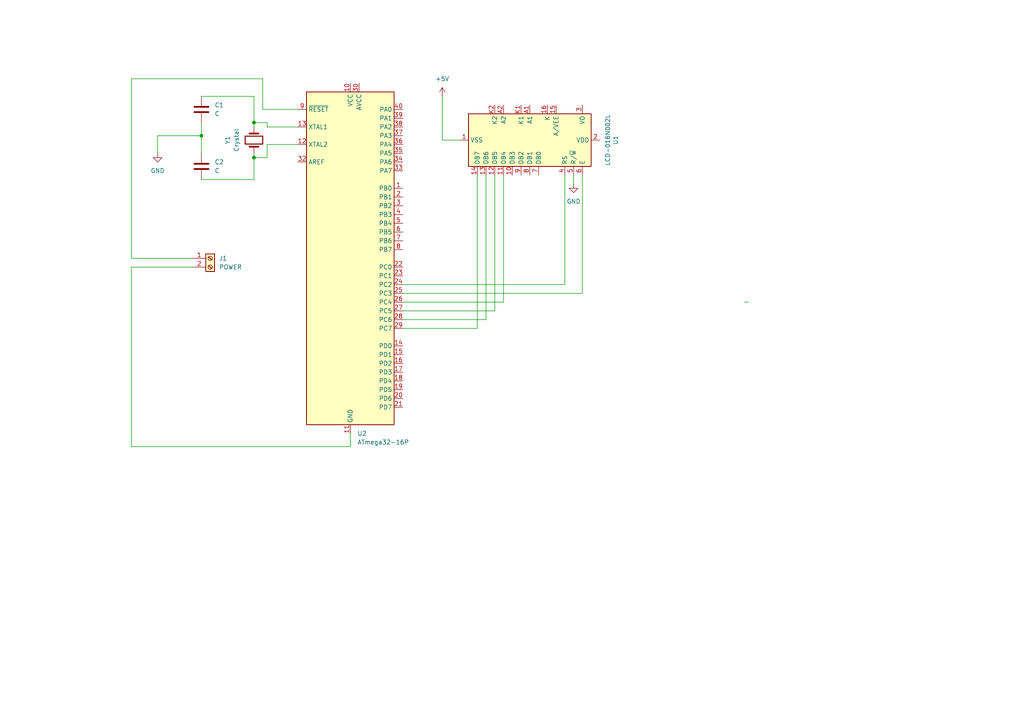
<source format=kicad_sch>
(kicad_sch (version 20211123) (generator eeschema)

  (uuid a48bf161-9e44-479a-aae2-c17fcd34b94f)

  (paper "A4")

  (lib_symbols
    (symbol "Connector:Screw_Terminal_01x02" (pin_names (offset 1.016) hide) (in_bom yes) (on_board yes)
      (property "Reference" "J" (id 0) (at 0 2.54 0)
        (effects (font (size 1.27 1.27)))
      )
      (property "Value" "Screw_Terminal_01x02" (id 1) (at 0 -5.08 0)
        (effects (font (size 1.27 1.27)))
      )
      (property "Footprint" "" (id 2) (at 0 0 0)
        (effects (font (size 1.27 1.27)) hide)
      )
      (property "Datasheet" "~" (id 3) (at 0 0 0)
        (effects (font (size 1.27 1.27)) hide)
      )
      (property "ki_keywords" "screw terminal" (id 4) (at 0 0 0)
        (effects (font (size 1.27 1.27)) hide)
      )
      (property "ki_description" "Generic screw terminal, single row, 01x02, script generated (kicad-library-utils/schlib/autogen/connector/)" (id 5) (at 0 0 0)
        (effects (font (size 1.27 1.27)) hide)
      )
      (property "ki_fp_filters" "TerminalBlock*:*" (id 6) (at 0 0 0)
        (effects (font (size 1.27 1.27)) hide)
      )
      (symbol "Screw_Terminal_01x02_1_1"
        (rectangle (start -1.27 1.27) (end 1.27 -3.81)
          (stroke (width 0.254) (type default) (color 0 0 0 0))
          (fill (type background))
        )
        (circle (center 0 -2.54) (radius 0.635)
          (stroke (width 0.1524) (type default) (color 0 0 0 0))
          (fill (type none))
        )
        (polyline
          (pts
            (xy -0.5334 -2.2098)
            (xy 0.3302 -3.048)
          )
          (stroke (width 0.1524) (type default) (color 0 0 0 0))
          (fill (type none))
        )
        (polyline
          (pts
            (xy -0.5334 0.3302)
            (xy 0.3302 -0.508)
          )
          (stroke (width 0.1524) (type default) (color 0 0 0 0))
          (fill (type none))
        )
        (polyline
          (pts
            (xy -0.3556 -2.032)
            (xy 0.508 -2.8702)
          )
          (stroke (width 0.1524) (type default) (color 0 0 0 0))
          (fill (type none))
        )
        (polyline
          (pts
            (xy -0.3556 0.508)
            (xy 0.508 -0.3302)
          )
          (stroke (width 0.1524) (type default) (color 0 0 0 0))
          (fill (type none))
        )
        (circle (center 0 0) (radius 0.635)
          (stroke (width 0.1524) (type default) (color 0 0 0 0))
          (fill (type none))
        )
        (pin passive line (at -5.08 0 0) (length 3.81)
          (name "Pin_1" (effects (font (size 1.27 1.27))))
          (number "1" (effects (font (size 1.27 1.27))))
        )
        (pin passive line (at -5.08 -2.54 0) (length 3.81)
          (name "Pin_2" (effects (font (size 1.27 1.27))))
          (number "2" (effects (font (size 1.27 1.27))))
        )
      )
    )
    (symbol "Device:C" (pin_numbers hide) (pin_names (offset 0.254)) (in_bom yes) (on_board yes)
      (property "Reference" "C" (id 0) (at 0.635 2.54 0)
        (effects (font (size 1.27 1.27)) (justify left))
      )
      (property "Value" "C" (id 1) (at 0.635 -2.54 0)
        (effects (font (size 1.27 1.27)) (justify left))
      )
      (property "Footprint" "" (id 2) (at 0.9652 -3.81 0)
        (effects (font (size 1.27 1.27)) hide)
      )
      (property "Datasheet" "~" (id 3) (at 0 0 0)
        (effects (font (size 1.27 1.27)) hide)
      )
      (property "ki_keywords" "cap capacitor" (id 4) (at 0 0 0)
        (effects (font (size 1.27 1.27)) hide)
      )
      (property "ki_description" "Unpolarized capacitor" (id 5) (at 0 0 0)
        (effects (font (size 1.27 1.27)) hide)
      )
      (property "ki_fp_filters" "C_*" (id 6) (at 0 0 0)
        (effects (font (size 1.27 1.27)) hide)
      )
      (symbol "C_0_1"
        (polyline
          (pts
            (xy -2.032 -0.762)
            (xy 2.032 -0.762)
          )
          (stroke (width 0.508) (type default) (color 0 0 0 0))
          (fill (type none))
        )
        (polyline
          (pts
            (xy -2.032 0.762)
            (xy 2.032 0.762)
          )
          (stroke (width 0.508) (type default) (color 0 0 0 0))
          (fill (type none))
        )
      )
      (symbol "C_1_1"
        (pin passive line (at 0 3.81 270) (length 2.794)
          (name "~" (effects (font (size 1.27 1.27))))
          (number "1" (effects (font (size 1.27 1.27))))
        )
        (pin passive line (at 0 -3.81 90) (length 2.794)
          (name "~" (effects (font (size 1.27 1.27))))
          (number "2" (effects (font (size 1.27 1.27))))
        )
      )
    )
    (symbol "Device:Crystal" (pin_numbers hide) (pin_names (offset 1.016) hide) (in_bom yes) (on_board yes)
      (property "Reference" "Y" (id 0) (at 0 3.81 0)
        (effects (font (size 1.27 1.27)))
      )
      (property "Value" "Crystal" (id 1) (at 0 -3.81 0)
        (effects (font (size 1.27 1.27)))
      )
      (property "Footprint" "" (id 2) (at 0 0 0)
        (effects (font (size 1.27 1.27)) hide)
      )
      (property "Datasheet" "~" (id 3) (at 0 0 0)
        (effects (font (size 1.27 1.27)) hide)
      )
      (property "ki_keywords" "quartz ceramic resonator oscillator" (id 4) (at 0 0 0)
        (effects (font (size 1.27 1.27)) hide)
      )
      (property "ki_description" "Two pin crystal" (id 5) (at 0 0 0)
        (effects (font (size 1.27 1.27)) hide)
      )
      (property "ki_fp_filters" "Crystal*" (id 6) (at 0 0 0)
        (effects (font (size 1.27 1.27)) hide)
      )
      (symbol "Crystal_0_1"
        (rectangle (start -1.143 2.54) (end 1.143 -2.54)
          (stroke (width 0.3048) (type default) (color 0 0 0 0))
          (fill (type none))
        )
        (polyline
          (pts
            (xy -2.54 0)
            (xy -1.905 0)
          )
          (stroke (width 0) (type default) (color 0 0 0 0))
          (fill (type none))
        )
        (polyline
          (pts
            (xy -1.905 -1.27)
            (xy -1.905 1.27)
          )
          (stroke (width 0.508) (type default) (color 0 0 0 0))
          (fill (type none))
        )
        (polyline
          (pts
            (xy 1.905 -1.27)
            (xy 1.905 1.27)
          )
          (stroke (width 0.508) (type default) (color 0 0 0 0))
          (fill (type none))
        )
        (polyline
          (pts
            (xy 2.54 0)
            (xy 1.905 0)
          )
          (stroke (width 0) (type default) (color 0 0 0 0))
          (fill (type none))
        )
      )
      (symbol "Crystal_1_1"
        (pin passive line (at -3.81 0 0) (length 1.27)
          (name "1" (effects (font (size 1.27 1.27))))
          (number "1" (effects (font (size 1.27 1.27))))
        )
        (pin passive line (at 3.81 0 180) (length 1.27)
          (name "2" (effects (font (size 1.27 1.27))))
          (number "2" (effects (font (size 1.27 1.27))))
        )
      )
    )
    (symbol "Display_Character:LCD-016N002L" (in_bom yes) (on_board yes)
      (property "Reference" "U" (id 0) (at -6.35 18.796 0)
        (effects (font (size 1.27 1.27)))
      )
      (property "Value" "LCD-016N002L" (id 1) (at 8.636 18.796 0)
        (effects (font (size 1.27 1.27)))
      )
      (property "Footprint" "Display:LCD-016N002L" (id 2) (at 0.508 -23.368 0)
        (effects (font (size 1.27 1.27)) hide)
      )
      (property "Datasheet" "http://www.vishay.com/docs/37299/37299.pdf" (id 3) (at 12.7 -7.62 0)
        (effects (font (size 1.27 1.27)) hide)
      )
      (property "ki_keywords" "display LCD dot-matrix" (id 4) (at 0 0 0)
        (effects (font (size 1.27 1.27)) hide)
      )
      (property "ki_description" "LCD 12x2, 8 bit parallel bus, 3V or 5V VDD" (id 5) (at 0 0 0)
        (effects (font (size 1.27 1.27)) hide)
      )
      (property "ki_fp_filters" "*LCD*016N002L*" (id 6) (at 0 0 0)
        (effects (font (size 1.27 1.27)) hide)
      )
      (symbol "LCD-016N002L_1_1"
        (rectangle (start -7.62 17.78) (end 7.62 -17.78)
          (stroke (width 0.254) (type default) (color 0 0 0 0))
          (fill (type background))
        )
        (pin power_in line (at 0 -20.32 90) (length 2.54)
          (name "VSS" (effects (font (size 1.27 1.27))))
          (number "1" (effects (font (size 1.27 1.27))))
        )
        (pin bidirectional line (at -10.16 -5.08 0) (length 2.54)
          (name "DB3" (effects (font (size 1.27 1.27))))
          (number "10" (effects (font (size 1.27 1.27))))
        )
        (pin bidirectional line (at -10.16 -7.62 0) (length 2.54)
          (name "DB4" (effects (font (size 1.27 1.27))))
          (number "11" (effects (font (size 1.27 1.27))))
        )
        (pin bidirectional line (at -10.16 -10.16 0) (length 2.54)
          (name "DB5" (effects (font (size 1.27 1.27))))
          (number "12" (effects (font (size 1.27 1.27))))
        )
        (pin bidirectional line (at -10.16 -12.7 0) (length 2.54)
          (name "DB6" (effects (font (size 1.27 1.27))))
          (number "13" (effects (font (size 1.27 1.27))))
        )
        (pin bidirectional line (at -10.16 -15.24 0) (length 2.54)
          (name "DB7" (effects (font (size 1.27 1.27))))
          (number "14" (effects (font (size 1.27 1.27))))
        )
        (pin power_in line (at 10.16 7.62 180) (length 2.54)
          (name "A/VEE" (effects (font (size 1.27 1.27))))
          (number "15" (effects (font (size 1.27 1.27))))
        )
        (pin power_in line (at 10.16 5.08 180) (length 2.54)
          (name "K" (effects (font (size 1.27 1.27))))
          (number "16" (effects (font (size 1.27 1.27))))
        )
        (pin power_in line (at 0 20.32 270) (length 2.54)
          (name "VDD" (effects (font (size 1.27 1.27))))
          (number "2" (effects (font (size 1.27 1.27))))
        )
        (pin input line (at 10.16 15.24 180) (length 2.54)
          (name "VO" (effects (font (size 1.27 1.27))))
          (number "3" (effects (font (size 1.27 1.27))))
        )
        (pin input line (at -10.16 10.16 0) (length 2.54)
          (name "RS" (effects (font (size 1.27 1.27))))
          (number "4" (effects (font (size 1.27 1.27))))
        )
        (pin input line (at -10.16 12.7 0) (length 2.54)
          (name "R/~{W}" (effects (font (size 1.27 1.27))))
          (number "5" (effects (font (size 1.27 1.27))))
        )
        (pin input line (at -10.16 15.24 0) (length 2.54)
          (name "E" (effects (font (size 1.27 1.27))))
          (number "6" (effects (font (size 1.27 1.27))))
        )
        (pin bidirectional line (at -10.16 2.54 0) (length 2.54)
          (name "DB0" (effects (font (size 1.27 1.27))))
          (number "7" (effects (font (size 1.27 1.27))))
        )
        (pin bidirectional line (at -10.16 0 0) (length 2.54)
          (name "DB1" (effects (font (size 1.27 1.27))))
          (number "8" (effects (font (size 1.27 1.27))))
        )
        (pin bidirectional line (at -10.16 -2.54 0) (length 2.54)
          (name "DB2" (effects (font (size 1.27 1.27))))
          (number "9" (effects (font (size 1.27 1.27))))
        )
        (pin power_in line (at 10.16 0 180) (length 2.54)
          (name "A1" (effects (font (size 1.27 1.27))))
          (number "A1" (effects (font (size 1.27 1.27))))
        )
        (pin power_in line (at 10.16 -7.62 180) (length 2.54)
          (name "A2" (effects (font (size 1.27 1.27))))
          (number "A2" (effects (font (size 1.27 1.27))))
        )
        (pin power_in line (at 10.16 -2.54 180) (length 2.54)
          (name "K1" (effects (font (size 1.27 1.27))))
          (number "K1" (effects (font (size 1.27 1.27))))
        )
        (pin power_in line (at 10.16 -10.16 180) (length 2.54)
          (name "K2" (effects (font (size 1.27 1.27))))
          (number "K2" (effects (font (size 1.27 1.27))))
        )
      )
    )
    (symbol "MCU_Microchip_ATmega:ATmega32-16P" (in_bom yes) (on_board yes)
      (property "Reference" "U" (id 0) (at -12.7 49.53 0)
        (effects (font (size 1.27 1.27)) (justify left bottom))
      )
      (property "Value" "ATmega32-16P" (id 1) (at 2.54 -49.53 0)
        (effects (font (size 1.27 1.27)) (justify left top))
      )
      (property "Footprint" "Package_DIP:DIP-40_W15.24mm" (id 2) (at 0 0 0)
        (effects (font (size 1.27 1.27) italic) hide)
      )
      (property "Datasheet" "http://ww1.microchip.com/downloads/en/DeviceDoc/doc2503.pdf" (id 3) (at 0 0 0)
        (effects (font (size 1.27 1.27)) hide)
      )
      (property "ki_keywords" "AVR 8bit Microcontroller MegaAVR" (id 4) (at 0 0 0)
        (effects (font (size 1.27 1.27)) hide)
      )
      (property "ki_description" "16MHz, 32kB Flash, 2kB SRAM, 1kB EEPROM, JTAG, DIP-40" (id 5) (at 0 0 0)
        (effects (font (size 1.27 1.27)) hide)
      )
      (property "ki_fp_filters" "DIP*W15.24mm*" (id 6) (at 0 0 0)
        (effects (font (size 1.27 1.27)) hide)
      )
      (symbol "ATmega32-16P_0_1"
        (rectangle (start -12.7 -48.26) (end 12.7 48.26)
          (stroke (width 0.254) (type default) (color 0 0 0 0))
          (fill (type background))
        )
      )
      (symbol "ATmega32-16P_1_1"
        (pin bidirectional line (at 15.24 20.32 180) (length 2.54)
          (name "PB0" (effects (font (size 1.27 1.27))))
          (number "1" (effects (font (size 1.27 1.27))))
        )
        (pin power_in line (at 0 50.8 270) (length 2.54)
          (name "VCC" (effects (font (size 1.27 1.27))))
          (number "10" (effects (font (size 1.27 1.27))))
        )
        (pin power_in line (at 0 -50.8 90) (length 2.54)
          (name "GND" (effects (font (size 1.27 1.27))))
          (number "11" (effects (font (size 1.27 1.27))))
        )
        (pin output line (at -15.24 33.02 0) (length 2.54)
          (name "XTAL2" (effects (font (size 1.27 1.27))))
          (number "12" (effects (font (size 1.27 1.27))))
        )
        (pin input line (at -15.24 38.1 0) (length 2.54)
          (name "XTAL1" (effects (font (size 1.27 1.27))))
          (number "13" (effects (font (size 1.27 1.27))))
        )
        (pin bidirectional line (at 15.24 -25.4 180) (length 2.54)
          (name "PD0" (effects (font (size 1.27 1.27))))
          (number "14" (effects (font (size 1.27 1.27))))
        )
        (pin bidirectional line (at 15.24 -27.94 180) (length 2.54)
          (name "PD1" (effects (font (size 1.27 1.27))))
          (number "15" (effects (font (size 1.27 1.27))))
        )
        (pin bidirectional line (at 15.24 -30.48 180) (length 2.54)
          (name "PD2" (effects (font (size 1.27 1.27))))
          (number "16" (effects (font (size 1.27 1.27))))
        )
        (pin bidirectional line (at 15.24 -33.02 180) (length 2.54)
          (name "PD3" (effects (font (size 1.27 1.27))))
          (number "17" (effects (font (size 1.27 1.27))))
        )
        (pin bidirectional line (at 15.24 -35.56 180) (length 2.54)
          (name "PD4" (effects (font (size 1.27 1.27))))
          (number "18" (effects (font (size 1.27 1.27))))
        )
        (pin bidirectional line (at 15.24 -38.1 180) (length 2.54)
          (name "PD5" (effects (font (size 1.27 1.27))))
          (number "19" (effects (font (size 1.27 1.27))))
        )
        (pin bidirectional line (at 15.24 17.78 180) (length 2.54)
          (name "PB1" (effects (font (size 1.27 1.27))))
          (number "2" (effects (font (size 1.27 1.27))))
        )
        (pin bidirectional line (at 15.24 -40.64 180) (length 2.54)
          (name "PD6" (effects (font (size 1.27 1.27))))
          (number "20" (effects (font (size 1.27 1.27))))
        )
        (pin bidirectional line (at 15.24 -43.18 180) (length 2.54)
          (name "PD7" (effects (font (size 1.27 1.27))))
          (number "21" (effects (font (size 1.27 1.27))))
        )
        (pin bidirectional line (at 15.24 -2.54 180) (length 2.54)
          (name "PC0" (effects (font (size 1.27 1.27))))
          (number "22" (effects (font (size 1.27 1.27))))
        )
        (pin bidirectional line (at 15.24 -5.08 180) (length 2.54)
          (name "PC1" (effects (font (size 1.27 1.27))))
          (number "23" (effects (font (size 1.27 1.27))))
        )
        (pin bidirectional line (at 15.24 -7.62 180) (length 2.54)
          (name "PC2" (effects (font (size 1.27 1.27))))
          (number "24" (effects (font (size 1.27 1.27))))
        )
        (pin bidirectional line (at 15.24 -10.16 180) (length 2.54)
          (name "PC3" (effects (font (size 1.27 1.27))))
          (number "25" (effects (font (size 1.27 1.27))))
        )
        (pin bidirectional line (at 15.24 -12.7 180) (length 2.54)
          (name "PC4" (effects (font (size 1.27 1.27))))
          (number "26" (effects (font (size 1.27 1.27))))
        )
        (pin bidirectional line (at 15.24 -15.24 180) (length 2.54)
          (name "PC5" (effects (font (size 1.27 1.27))))
          (number "27" (effects (font (size 1.27 1.27))))
        )
        (pin bidirectional line (at 15.24 -17.78 180) (length 2.54)
          (name "PC6" (effects (font (size 1.27 1.27))))
          (number "28" (effects (font (size 1.27 1.27))))
        )
        (pin bidirectional line (at 15.24 -20.32 180) (length 2.54)
          (name "PC7" (effects (font (size 1.27 1.27))))
          (number "29" (effects (font (size 1.27 1.27))))
        )
        (pin bidirectional line (at 15.24 15.24 180) (length 2.54)
          (name "PB2" (effects (font (size 1.27 1.27))))
          (number "3" (effects (font (size 1.27 1.27))))
        )
        (pin power_in line (at 2.54 50.8 270) (length 2.54)
          (name "AVCC" (effects (font (size 1.27 1.27))))
          (number "30" (effects (font (size 1.27 1.27))))
        )
        (pin passive line (at 0 -50.8 90) (length 2.54) hide
          (name "GND" (effects (font (size 1.27 1.27))))
          (number "31" (effects (font (size 1.27 1.27))))
        )
        (pin passive line (at -15.24 27.94 0) (length 2.54)
          (name "AREF" (effects (font (size 1.27 1.27))))
          (number "32" (effects (font (size 1.27 1.27))))
        )
        (pin bidirectional line (at 15.24 25.4 180) (length 2.54)
          (name "PA7" (effects (font (size 1.27 1.27))))
          (number "33" (effects (font (size 1.27 1.27))))
        )
        (pin bidirectional line (at 15.24 27.94 180) (length 2.54)
          (name "PA6" (effects (font (size 1.27 1.27))))
          (number "34" (effects (font (size 1.27 1.27))))
        )
        (pin bidirectional line (at 15.24 30.48 180) (length 2.54)
          (name "PA5" (effects (font (size 1.27 1.27))))
          (number "35" (effects (font (size 1.27 1.27))))
        )
        (pin bidirectional line (at 15.24 33.02 180) (length 2.54)
          (name "PA4" (effects (font (size 1.27 1.27))))
          (number "36" (effects (font (size 1.27 1.27))))
        )
        (pin bidirectional line (at 15.24 35.56 180) (length 2.54)
          (name "PA3" (effects (font (size 1.27 1.27))))
          (number "37" (effects (font (size 1.27 1.27))))
        )
        (pin bidirectional line (at 15.24 38.1 180) (length 2.54)
          (name "PA2" (effects (font (size 1.27 1.27))))
          (number "38" (effects (font (size 1.27 1.27))))
        )
        (pin bidirectional line (at 15.24 40.64 180) (length 2.54)
          (name "PA1" (effects (font (size 1.27 1.27))))
          (number "39" (effects (font (size 1.27 1.27))))
        )
        (pin bidirectional line (at 15.24 12.7 180) (length 2.54)
          (name "PB3" (effects (font (size 1.27 1.27))))
          (number "4" (effects (font (size 1.27 1.27))))
        )
        (pin bidirectional line (at 15.24 43.18 180) (length 2.54)
          (name "PA0" (effects (font (size 1.27 1.27))))
          (number "40" (effects (font (size 1.27 1.27))))
        )
        (pin bidirectional line (at 15.24 10.16 180) (length 2.54)
          (name "PB4" (effects (font (size 1.27 1.27))))
          (number "5" (effects (font (size 1.27 1.27))))
        )
        (pin bidirectional line (at 15.24 7.62 180) (length 2.54)
          (name "PB5" (effects (font (size 1.27 1.27))))
          (number "6" (effects (font (size 1.27 1.27))))
        )
        (pin bidirectional line (at 15.24 5.08 180) (length 2.54)
          (name "PB6" (effects (font (size 1.27 1.27))))
          (number "7" (effects (font (size 1.27 1.27))))
        )
        (pin bidirectional line (at 15.24 2.54 180) (length 2.54)
          (name "PB7" (effects (font (size 1.27 1.27))))
          (number "8" (effects (font (size 1.27 1.27))))
        )
        (pin input line (at -15.24 43.18 0) (length 2.54)
          (name "~{RESET}" (effects (font (size 1.27 1.27))))
          (number "9" (effects (font (size 1.27 1.27))))
        )
      )
    )
    (symbol "power:+5V" (power) (pin_names (offset 0)) (in_bom yes) (on_board yes)
      (property "Reference" "#PWR" (id 0) (at 0 -3.81 0)
        (effects (font (size 1.27 1.27)) hide)
      )
      (property "Value" "+5V" (id 1) (at 0 3.556 0)
        (effects (font (size 1.27 1.27)))
      )
      (property "Footprint" "" (id 2) (at 0 0 0)
        (effects (font (size 1.27 1.27)) hide)
      )
      (property "Datasheet" "" (id 3) (at 0 0 0)
        (effects (font (size 1.27 1.27)) hide)
      )
      (property "ki_keywords" "power-flag" (id 4) (at 0 0 0)
        (effects (font (size 1.27 1.27)) hide)
      )
      (property "ki_description" "Power symbol creates a global label with name \"+5V\"" (id 5) (at 0 0 0)
        (effects (font (size 1.27 1.27)) hide)
      )
      (symbol "+5V_0_1"
        (polyline
          (pts
            (xy -0.762 1.27)
            (xy 0 2.54)
          )
          (stroke (width 0) (type default) (color 0 0 0 0))
          (fill (type none))
        )
        (polyline
          (pts
            (xy 0 0)
            (xy 0 2.54)
          )
          (stroke (width 0) (type default) (color 0 0 0 0))
          (fill (type none))
        )
        (polyline
          (pts
            (xy 0 2.54)
            (xy 0.762 1.27)
          )
          (stroke (width 0) (type default) (color 0 0 0 0))
          (fill (type none))
        )
      )
      (symbol "+5V_1_1"
        (pin power_in line (at 0 0 90) (length 0) hide
          (name "+5V" (effects (font (size 1.27 1.27))))
          (number "1" (effects (font (size 1.27 1.27))))
        )
      )
    )
    (symbol "power:GND" (power) (pin_names (offset 0)) (in_bom yes) (on_board yes)
      (property "Reference" "#PWR" (id 0) (at 0 -6.35 0)
        (effects (font (size 1.27 1.27)) hide)
      )
      (property "Value" "GND" (id 1) (at 0 -3.81 0)
        (effects (font (size 1.27 1.27)))
      )
      (property "Footprint" "" (id 2) (at 0 0 0)
        (effects (font (size 1.27 1.27)) hide)
      )
      (property "Datasheet" "" (id 3) (at 0 0 0)
        (effects (font (size 1.27 1.27)) hide)
      )
      (property "ki_keywords" "power-flag" (id 4) (at 0 0 0)
        (effects (font (size 1.27 1.27)) hide)
      )
      (property "ki_description" "Power symbol creates a global label with name \"GND\" , ground" (id 5) (at 0 0 0)
        (effects (font (size 1.27 1.27)) hide)
      )
      (symbol "GND_0_1"
        (polyline
          (pts
            (xy 0 0)
            (xy 0 -1.27)
            (xy 1.27 -1.27)
            (xy 0 -2.54)
            (xy -1.27 -1.27)
            (xy 0 -1.27)
          )
          (stroke (width 0) (type default) (color 0 0 0 0))
          (fill (type none))
        )
      )
      (symbol "GND_1_1"
        (pin power_in line (at 0 0 270) (length 0) hide
          (name "GND" (effects (font (size 1.27 1.27))))
          (number "1" (effects (font (size 1.27 1.27))))
        )
      )
    )
  )

  (junction (at 58.42 39.37) (diameter 0) (color 0 0 0 0)
    (uuid 22047313-b492-49f3-8e8e-6ec666b49e91)
  )
  (junction (at 73.66 35.56) (diameter 0) (color 0 0 0 0)
    (uuid af2a2e6b-d22c-4dea-b478-798684733467)
  )
  (junction (at 73.66 45.72) (diameter 0) (color 0 0 0 0)
    (uuid f2dc846d-a9f1-4688-a55e-8a9721cf0716)
  )

  (wire (pts (xy 73.66 27.94) (xy 73.66 35.56))
    (stroke (width 0) (type default) (color 0 0 0 0))
    (uuid 0403c3c0-111f-4c27-b3be-89da445af949)
  )
  (wire (pts (xy 77.47 36.83) (xy 77.47 35.56))
    (stroke (width 0) (type default) (color 0 0 0 0))
    (uuid 1219819c-c780-44fe-8d0c-47935903b6e5)
  )
  (wire (pts (xy 76.2 22.86) (xy 38.1 22.86))
    (stroke (width 0) (type default) (color 0 0 0 0))
    (uuid 12c1aaf7-7e0c-452b-917a-6f1f166151f2)
  )
  (wire (pts (xy 217.17 87.63) (xy 215.9 87.63))
    (stroke (width 0) (type default) (color 0 0 0 0))
    (uuid 1820f7ab-d9b1-4136-b434-f6e04b50772c)
  )
  (wire (pts (xy 58.42 27.94) (xy 73.66 27.94))
    (stroke (width 0) (type default) (color 0 0 0 0))
    (uuid 1e14d50a-42e9-4055-81d9-4ffec69b50e6)
  )
  (wire (pts (xy 86.36 41.91) (xy 77.47 41.91))
    (stroke (width 0) (type default) (color 0 0 0 0))
    (uuid 2232a5df-16b3-4e9c-9bc2-266fa2db2471)
  )
  (wire (pts (xy 116.84 87.63) (xy 146.05 87.63))
    (stroke (width 0) (type default) (color 0 0 0 0))
    (uuid 30ec8ec7-6cef-45b9-89d2-48de1bcc0636)
  )
  (wire (pts (xy 73.66 35.56) (xy 73.66 36.83))
    (stroke (width 0) (type default) (color 0 0 0 0))
    (uuid 4332a5d8-62c6-4a66-bdbd-67bcab5f75e3)
  )
  (wire (pts (xy 58.42 39.37) (xy 45.72 39.37))
    (stroke (width 0) (type default) (color 0 0 0 0))
    (uuid 4455e101-4fc5-4983-baef-05084d61af11)
  )
  (wire (pts (xy 73.66 45.72) (xy 73.66 44.45))
    (stroke (width 0) (type default) (color 0 0 0 0))
    (uuid 486a1079-6c8b-43b4-b661-928dbeb680d3)
  )
  (wire (pts (xy 101.6 129.54) (xy 38.1 129.54))
    (stroke (width 0) (type default) (color 0 0 0 0))
    (uuid 49acfe61-28ed-4210-ae93-364e396912ef)
  )
  (wire (pts (xy 168.91 50.8) (xy 168.91 85.09))
    (stroke (width 0) (type default) (color 0 0 0 0))
    (uuid 4e529350-3a53-47de-a4f4-4b762323fea3)
  )
  (wire (pts (xy 73.66 52.07) (xy 73.66 45.72))
    (stroke (width 0) (type default) (color 0 0 0 0))
    (uuid 4fc81cd8-0dc7-4e2f-b428-efb78c3bf79f)
  )
  (wire (pts (xy 133.35 40.64) (xy 128.27 40.64))
    (stroke (width 0) (type default) (color 0 0 0 0))
    (uuid 56dd5b7b-9d57-49d4-b46e-3992e2cc4e3f)
  )
  (wire (pts (xy 166.37 50.8) (xy 166.37 53.34))
    (stroke (width 0) (type default) (color 0 0 0 0))
    (uuid 5a6a9b30-bdd5-4d26-bb4f-f5c08982946f)
  )
  (wire (pts (xy 77.47 35.56) (xy 73.66 35.56))
    (stroke (width 0) (type default) (color 0 0 0 0))
    (uuid 5d6f5f80-7db0-47e4-9096-3f9df653d72b)
  )
  (wire (pts (xy 45.72 39.37) (xy 45.72 44.45))
    (stroke (width 0) (type default) (color 0 0 0 0))
    (uuid 64d61308-215e-41d5-bf43-3d421742d9f1)
  )
  (wire (pts (xy 38.1 129.54) (xy 38.1 77.47))
    (stroke (width 0) (type default) (color 0 0 0 0))
    (uuid 68e0bdb1-5bfe-439c-9514-70b4e8509c82)
  )
  (wire (pts (xy 101.6 125.73) (xy 101.6 129.54))
    (stroke (width 0) (type default) (color 0 0 0 0))
    (uuid 747b5f45-3ddd-4b0c-ab9c-1ad8090d373f)
  )
  (wire (pts (xy 58.42 52.07) (xy 73.66 52.07))
    (stroke (width 0) (type default) (color 0 0 0 0))
    (uuid 82adadcc-cb20-4c90-8ce3-232d4b66587f)
  )
  (wire (pts (xy 140.97 92.71) (xy 116.84 92.71))
    (stroke (width 0) (type default) (color 0 0 0 0))
    (uuid 8578fce2-38e0-45b7-b595-0d417b2c3e93)
  )
  (wire (pts (xy 163.83 82.55) (xy 116.84 82.55))
    (stroke (width 0) (type default) (color 0 0 0 0))
    (uuid 8f84a4a0-c648-4838-b472-061056dba134)
  )
  (wire (pts (xy 138.43 50.8) (xy 138.43 95.25))
    (stroke (width 0) (type default) (color 0 0 0 0))
    (uuid 90034150-bbd2-48ec-a6dc-3ce9122db9a7)
  )
  (wire (pts (xy 146.05 50.8) (xy 146.05 87.63))
    (stroke (width 0) (type default) (color 0 0 0 0))
    (uuid 904469ef-1c99-4d3f-a726-327fc4d2a35d)
  )
  (wire (pts (xy 86.36 36.83) (xy 77.47 36.83))
    (stroke (width 0) (type default) (color 0 0 0 0))
    (uuid 9418826d-850b-4976-8b58-b5cb289f3b65)
  )
  (wire (pts (xy 128.27 40.64) (xy 128.27 27.94))
    (stroke (width 0) (type default) (color 0 0 0 0))
    (uuid 9612b06b-a18b-477f-8f4a-27becf7c59c0)
  )
  (wire (pts (xy 140.97 50.8) (xy 140.97 92.71))
    (stroke (width 0) (type default) (color 0 0 0 0))
    (uuid a39de55c-4df1-472b-bff8-4dbf901819a7)
  )
  (wire (pts (xy 38.1 74.93) (xy 55.88 74.93))
    (stroke (width 0) (type default) (color 0 0 0 0))
    (uuid a5ee09a3-5602-46c3-976b-9bc845b0d1b7)
  )
  (wire (pts (xy 77.47 41.91) (xy 77.47 45.72))
    (stroke (width 0) (type default) (color 0 0 0 0))
    (uuid ab0df125-b913-469b-abcf-473cd8dd1f22)
  )
  (wire (pts (xy 76.2 31.75) (xy 76.2 22.86))
    (stroke (width 0) (type default) (color 0 0 0 0))
    (uuid b8bf5a89-8e9d-4b0c-9dff-e2664b41d513)
  )
  (wire (pts (xy 163.83 50.8) (xy 163.83 82.55))
    (stroke (width 0) (type default) (color 0 0 0 0))
    (uuid c5357c40-b94d-4117-9018-125bcde6768c)
  )
  (wire (pts (xy 168.91 85.09) (xy 116.84 85.09))
    (stroke (width 0) (type default) (color 0 0 0 0))
    (uuid cf147920-d1f7-411b-a160-9f2cda7c0bc5)
  )
  (wire (pts (xy 73.66 45.72) (xy 77.47 45.72))
    (stroke (width 0) (type default) (color 0 0 0 0))
    (uuid d16d616a-b9fc-4b28-9831-4a8de0b9a199)
  )
  (wire (pts (xy 143.51 50.8) (xy 143.51 90.17))
    (stroke (width 0) (type default) (color 0 0 0 0))
    (uuid da304a30-b60f-472d-b834-6fb6c7d8f9d9)
  )
  (wire (pts (xy 143.51 90.17) (xy 116.84 90.17))
    (stroke (width 0) (type default) (color 0 0 0 0))
    (uuid e6901973-77bf-4174-8d40-889b5c20eef4)
  )
  (wire (pts (xy 58.42 39.37) (xy 58.42 44.45))
    (stroke (width 0) (type default) (color 0 0 0 0))
    (uuid ec86b1f4-98f6-4a98-81f9-bb460de6ecc4)
  )
  (wire (pts (xy 38.1 22.86) (xy 38.1 74.93))
    (stroke (width 0) (type default) (color 0 0 0 0))
    (uuid ee789da3-fc64-428b-98b9-b167b43f5c1f)
  )
  (wire (pts (xy 58.42 35.56) (xy 58.42 39.37))
    (stroke (width 0) (type default) (color 0 0 0 0))
    (uuid f367cb3d-c638-449a-ab45-668a21c7511a)
  )
  (wire (pts (xy 138.43 95.25) (xy 116.84 95.25))
    (stroke (width 0) (type default) (color 0 0 0 0))
    (uuid f43128eb-ae45-4868-993f-cb5cc79da234)
  )
  (wire (pts (xy 86.36 31.75) (xy 76.2 31.75))
    (stroke (width 0) (type default) (color 0 0 0 0))
    (uuid f4fe69b4-569b-4405-b3d4-2141bca4b389)
  )
  (wire (pts (xy 38.1 77.47) (xy 55.88 77.47))
    (stroke (width 0) (type default) (color 0 0 0 0))
    (uuid fc13f7b0-83d3-4c18-8991-8047e614e2c3)
  )

  (symbol (lib_id "Display_Character:LCD-016N002L") (at 153.67 40.64 270) (mirror x) (unit 1)
    (in_bom yes) (on_board yes)
    (uuid 00000000-0000-0000-0000-0000627b7066)
    (property "Reference" "U1" (id 0) (at 178.5874 40.64 0))
    (property "Value" "LCD-016N002L" (id 1) (at 176.276 40.64 0))
    (property "Footprint" "Display:LCD-016N002L" (id 2) (at 130.302 40.132 0)
      (effects (font (size 1.27 1.27)) hide)
    )
    (property "Datasheet" "http://www.vishay.com/docs/37299/37299.pdf" (id 3) (at 146.05 27.94 0)
      (effects (font (size 1.27 1.27)) hide)
    )
    (pin "1" (uuid 7a478cbe-c5a7-40d6-8265-51d441d8dc5d))
    (pin "10" (uuid d4f46954-6d72-43e4-b7e0-36ac423aaaef))
    (pin "11" (uuid a8c1b186-9467-4399-93b6-d424ef9751dd))
    (pin "12" (uuid 9552d9c0-524b-4549-9777-4dcddeeace87))
    (pin "13" (uuid 2882de90-61bc-4b69-9d75-9120d874668c))
    (pin "14" (uuid ff2b8782-255b-4554-a9d1-e9c7b137a2ff))
    (pin "15" (uuid cf919725-1921-42e2-a6e4-55b01888f7aa))
    (pin "16" (uuid 904d52cb-eb68-4306-93fb-22d3c6ad7f73))
    (pin "2" (uuid 59fc521b-6a08-413b-9eaa-291bf80feb59))
    (pin "3" (uuid baac0d42-b45c-46a7-9f51-0005b73736e8))
    (pin "4" (uuid c648350a-958f-42b8-8400-b6ef97b50477))
    (pin "5" (uuid d25b6df8-8acf-47f4-9932-edef9137d141))
    (pin "6" (uuid 0867086c-48ee-44b5-b3d9-d9ad7c667860))
    (pin "7" (uuid 50e24944-d6d4-4313-80cb-e58355e6669c))
    (pin "8" (uuid 63dc2ee0-cca6-4e15-8f3c-7803577e983e))
    (pin "9" (uuid f5bfaacb-ebf9-4fb0-864c-617415a0801c))
    (pin "A1" (uuid 5a4884f5-a95c-4408-be50-81d6abb39708))
    (pin "A2" (uuid fcba743b-4840-4236-9234-7bca57b854e2))
    (pin "K1" (uuid 5c8f80e6-f85c-43df-a05f-d89a6fb10a0a))
    (pin "K2" (uuid 19ca4abc-ae9e-486c-9a1b-6f84dc1f64ba))
  )

  (symbol (lib_id "power:GND") (at 166.37 53.34 0) (unit 1)
    (in_bom yes) (on_board yes) (fields_autoplaced)
    (uuid 67fa71b6-b63a-4f82-aaec-5fd5503d5ce1)
    (property "Reference" "#PWR0102" (id 0) (at 166.37 59.69 0)
      (effects (font (size 1.27 1.27)) hide)
    )
    (property "Value" "GND" (id 1) (at 166.37 58.42 0))
    (property "Footprint" "" (id 2) (at 166.37 53.34 0)
      (effects (font (size 1.27 1.27)) hide)
    )
    (property "Datasheet" "" (id 3) (at 166.37 53.34 0)
      (effects (font (size 1.27 1.27)) hide)
    )
    (pin "1" (uuid a1a4178b-3903-45be-9c74-181fdeda4215))
  )

  (symbol (lib_id "Device:C") (at 58.42 48.26 0) (unit 1)
    (in_bom yes) (on_board yes) (fields_autoplaced)
    (uuid 7446d32f-3d18-4e5b-9159-58652a3e40cc)
    (property "Reference" "C2" (id 0) (at 62.23 46.9899 0)
      (effects (font (size 1.27 1.27)) (justify left))
    )
    (property "Value" "C" (id 1) (at 62.23 49.5299 0)
      (effects (font (size 1.27 1.27)) (justify left))
    )
    (property "Footprint" "Capacitor_SMD:CP_Elec_3x5.3" (id 2) (at 59.3852 52.07 0)
      (effects (font (size 1.27 1.27)) hide)
    )
    (property "Datasheet" "~" (id 3) (at 58.42 48.26 0)
      (effects (font (size 1.27 1.27)) hide)
    )
    (pin "1" (uuid 9cc25bcc-46cf-4196-baab-2446dea0aeb8))
    (pin "2" (uuid 78aca7af-5c7e-42f6-884d-6e2b77698067))
  )

  (symbol (lib_id "power:GND") (at 45.72 44.45 0) (unit 1)
    (in_bom yes) (on_board yes) (fields_autoplaced)
    (uuid 8228b4c7-e3a8-4377-8600-13b717d444ae)
    (property "Reference" "#PWR0101" (id 0) (at 45.72 50.8 0)
      (effects (font (size 1.27 1.27)) hide)
    )
    (property "Value" "GND" (id 1) (at 45.72 49.53 0))
    (property "Footprint" "" (id 2) (at 45.72 44.45 0)
      (effects (font (size 1.27 1.27)) hide)
    )
    (property "Datasheet" "" (id 3) (at 45.72 44.45 0)
      (effects (font (size 1.27 1.27)) hide)
    )
    (pin "1" (uuid de48ace0-7578-4cfc-ac47-d2eb02a2fa1f))
  )

  (symbol (lib_id "MCU_Microchip_ATmega:ATmega32-16P") (at 101.6 74.93 0) (unit 1)
    (in_bom yes) (on_board yes) (fields_autoplaced)
    (uuid 89467754-4e4d-46c4-8975-047840fa4d2e)
    (property "Reference" "U2" (id 0) (at 103.6194 125.73 0)
      (effects (font (size 1.27 1.27)) (justify left))
    )
    (property "Value" "ATmega32-16P" (id 1) (at 103.6194 128.27 0)
      (effects (font (size 1.27 1.27)) (justify left))
    )
    (property "Footprint" "Package_DIP:DIP-40_W15.24mm" (id 2) (at 101.6 74.93 0)
      (effects (font (size 1.27 1.27) italic) hide)
    )
    (property "Datasheet" "http://ww1.microchip.com/downloads/en/DeviceDoc/doc2503.pdf" (id 3) (at 101.6 74.93 0)
      (effects (font (size 1.27 1.27)) hide)
    )
    (pin "1" (uuid 6d2d5bb3-8872-4772-afb6-5d5353526a23))
    (pin "10" (uuid 90222380-0027-41e1-a60f-f3b03788c866))
    (pin "11" (uuid c469b608-016d-4e0e-b143-2545e3cdc380))
    (pin "12" (uuid 62f65360-b568-463b-a3fb-3835eae4ad9c))
    (pin "13" (uuid b1898eab-0ba5-469f-bd4b-c8318b80db45))
    (pin "14" (uuid 1e5e78fb-9be3-4834-b7b3-32aaa97dcf82))
    (pin "15" (uuid d88e8b66-9304-4acb-b420-cbf985ca1dba))
    (pin "16" (uuid eff81304-b008-48d4-afbe-46df183ad669))
    (pin "17" (uuid 156edbbc-271b-4dba-975e-b21e10596808))
    (pin "18" (uuid a76d8add-7998-4c86-8364-004170411407))
    (pin "19" (uuid dcb9ee57-3970-4080-85f5-b476ba6da13d))
    (pin "2" (uuid 5ea3e68b-23d7-4781-97b0-e4117092700a))
    (pin "20" (uuid a8a6773c-41b7-4839-83d9-d467b674da37))
    (pin "21" (uuid f6c7b62a-7c4e-4719-9109-adbe8d37a6a4))
    (pin "22" (uuid 5421c21e-d1f9-49f9-8bd7-10f5e94aafcc))
    (pin "23" (uuid e2a787b7-1d6f-4547-9f3e-2014aeffad26))
    (pin "24" (uuid 07826bb3-6e5a-4323-8d47-49b4e7d6a965))
    (pin "25" (uuid eeb848d0-b259-42b8-bb14-6ee77d26a947))
    (pin "26" (uuid 628f5f07-b6b4-4113-a2b0-e1d33bad6e8d))
    (pin "27" (uuid 7274cb25-bdda-428f-869b-1ee9cf48548a))
    (pin "28" (uuid d285b6bc-96c3-4069-beaa-23ecf2d3a3bc))
    (pin "29" (uuid 8bfce80b-270e-4bca-a44b-70d651961622))
    (pin "3" (uuid 17dac3a6-ec2f-4d14-bef4-3710537a17b9))
    (pin "30" (uuid f3063174-e57e-4672-bca6-e1186e2c47e5))
    (pin "31" (uuid 12da2a5a-efd1-4f0f-be1a-5d366f59ad19))
    (pin "32" (uuid 1db811a9-2823-4c48-a6c1-0961949c829e))
    (pin "33" (uuid b7804624-f17a-486c-855f-ecc01e559b17))
    (pin "34" (uuid 5c9376cf-2c16-4c85-816d-517cf51c4f85))
    (pin "35" (uuid b11e086e-6d21-4e9a-9436-4497bd077150))
    (pin "36" (uuid 922491a5-ab2d-4152-9e21-6534b9964922))
    (pin "37" (uuid 8b44870b-c6ab-498d-a087-55a1a171017b))
    (pin "38" (uuid a6020e41-dafa-413e-87a3-7e1d8f67f891))
    (pin "39" (uuid 01423032-b9fd-4a74-b420-0238362f5a7d))
    (pin "4" (uuid 1ded0403-d20f-49aa-a1cd-831bd2679bfe))
    (pin "40" (uuid 72e90c35-a225-49be-b192-ef48bd4f4ed5))
    (pin "5" (uuid 11f23446-14b4-4a6a-b952-77bfc2363f29))
    (pin "6" (uuid 9390db7b-7db8-498a-95c5-7235b588defa))
    (pin "7" (uuid 99e718f5-48c3-499d-8b85-2c763687e457))
    (pin "8" (uuid 7fd0b735-795c-484d-ac25-3df76eb1572c))
    (pin "9" (uuid 30707fd4-2b03-41a7-aab6-78c65bd96d3c))
  )

  (symbol (lib_id "Device:Crystal") (at 73.66 40.64 90) (unit 1)
    (in_bom yes) (on_board yes) (fields_autoplaced)
    (uuid 91dc72ed-8be8-41c8-be6d-285576718f06)
    (property "Reference" "Y1" (id 0) (at 66.04 40.64 0))
    (property "Value" "Crystal" (id 1) (at 68.58 40.64 0))
    (property "Footprint" "Crystal:Crystal_SMD_3215-2Pin_3.2x1.5mm" (id 2) (at 73.66 40.64 0)
      (effects (font (size 1.27 1.27)) hide)
    )
    (property "Datasheet" "~" (id 3) (at 73.66 40.64 0)
      (effects (font (size 1.27 1.27)) hide)
    )
    (pin "1" (uuid 924cd3a6-c40f-4936-b551-80321dc69939))
    (pin "2" (uuid 51869839-7f48-47b2-9818-27e0d23f23cd))
  )

  (symbol (lib_id "Connector:Screw_Terminal_01x02") (at 60.96 74.93 0) (unit 1)
    (in_bom yes) (on_board yes) (fields_autoplaced)
    (uuid 99f9bae8-1f8e-4213-9d50-ff3094f5085f)
    (property "Reference" "J1" (id 0) (at 63.5 74.9299 0)
      (effects (font (size 1.27 1.27)) (justify left))
    )
    (property "Value" "POWER" (id 1) (at 63.5 77.4699 0)
      (effects (font (size 1.27 1.27)) (justify left))
    )
    (property "Footprint" "TerminalBlock_RND:TerminalBlock_RND_205-00045_1x02_P5.00mm_Horizontal" (id 2) (at 60.96 74.93 0)
      (effects (font (size 1.27 1.27)) hide)
    )
    (property "Datasheet" "~" (id 3) (at 60.96 74.93 0)
      (effects (font (size 1.27 1.27)) hide)
    )
    (pin "1" (uuid c922e69e-e89e-40bb-b24c-bbabbaa3f555))
    (pin "2" (uuid 6e17deeb-b610-4085-b816-ab7b1086c3b5))
  )

  (symbol (lib_id "Device:C") (at 58.42 31.75 0) (unit 1)
    (in_bom yes) (on_board yes) (fields_autoplaced)
    (uuid c56a7df7-74cf-4db3-92bb-6856c353ee5f)
    (property "Reference" "C1" (id 0) (at 62.23 30.4799 0)
      (effects (font (size 1.27 1.27)) (justify left))
    )
    (property "Value" "C" (id 1) (at 62.23 33.0199 0)
      (effects (font (size 1.27 1.27)) (justify left))
    )
    (property "Footprint" "Capacitor_SMD:CP_Elec_3x5.3" (id 2) (at 59.3852 35.56 0)
      (effects (font (size 1.27 1.27)) hide)
    )
    (property "Datasheet" "~" (id 3) (at 58.42 31.75 0)
      (effects (font (size 1.27 1.27)) hide)
    )
    (pin "1" (uuid bc1113a3-7477-43f3-9d32-783a4c828260))
    (pin "2" (uuid 43e277af-8ca1-41e3-8ab0-eb3de32ec4cb))
  )

  (symbol (lib_id "power:+5V") (at 128.27 27.94 0) (unit 1)
    (in_bom yes) (on_board yes) (fields_autoplaced)
    (uuid ee5de958-7773-4d68-9375-34291cd4e7a8)
    (property "Reference" "#PWR?" (id 0) (at 128.27 31.75 0)
      (effects (font (size 1.27 1.27)) hide)
    )
    (property "Value" "+5V" (id 1) (at 128.27 22.86 0))
    (property "Footprint" "" (id 2) (at 128.27 27.94 0)
      (effects (font (size 1.27 1.27)) hide)
    )
    (property "Datasheet" "" (id 3) (at 128.27 27.94 0)
      (effects (font (size 1.27 1.27)) hide)
    )
    (pin "1" (uuid d10d3108-6605-48fe-8f47-68280b5b6486))
  )

  (sheet_instances
    (path "/" (page "1"))
  )

  (symbol_instances
    (path "/8228b4c7-e3a8-4377-8600-13b717d444ae"
      (reference "#PWR0101") (unit 1) (value "GND") (footprint "")
    )
    (path "/67fa71b6-b63a-4f82-aaec-5fd5503d5ce1"
      (reference "#PWR0102") (unit 1) (value "GND") (footprint "")
    )
    (path "/ee5de958-7773-4d68-9375-34291cd4e7a8"
      (reference "#PWR?") (unit 1) (value "+5V") (footprint "")
    )
    (path "/c56a7df7-74cf-4db3-92bb-6856c353ee5f"
      (reference "C1") (unit 1) (value "C") (footprint "Capacitor_SMD:CP_Elec_3x5.3")
    )
    (path "/7446d32f-3d18-4e5b-9159-58652a3e40cc"
      (reference "C2") (unit 1) (value "C") (footprint "Capacitor_SMD:CP_Elec_3x5.3")
    )
    (path "/99f9bae8-1f8e-4213-9d50-ff3094f5085f"
      (reference "J1") (unit 1) (value "POWER") (footprint "TerminalBlock_RND:TerminalBlock_RND_205-00045_1x02_P5.00mm_Horizontal")
    )
    (path "/00000000-0000-0000-0000-0000627b7066"
      (reference "U1") (unit 1) (value "LCD-016N002L") (footprint "Display:LCD-016N002L")
    )
    (path "/89467754-4e4d-46c4-8975-047840fa4d2e"
      (reference "U2") (unit 1) (value "ATmega32-16P") (footprint "Package_DIP:DIP-40_W15.24mm")
    )
    (path "/91dc72ed-8be8-41c8-be6d-285576718f06"
      (reference "Y1") (unit 1) (value "Crystal") (footprint "Crystal:Crystal_SMD_3215-2Pin_3.2x1.5mm")
    )
  )
)

</source>
